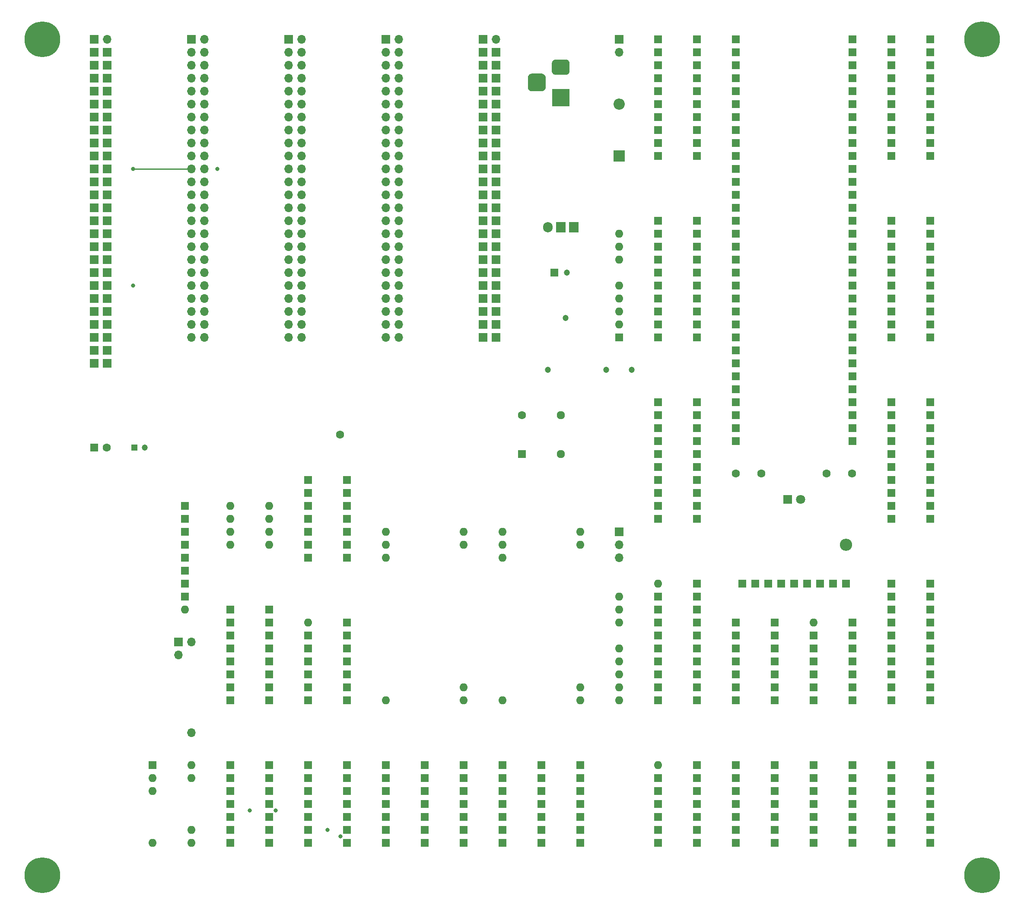
<source format=gbr>
From 0c2ff098bc6a4b4d9f6394e01cb9a9afd4792077 Mon Sep 17 00:00:00 2001
From: exegete <nikitf-97@mail.ru>
Date: Tue, 27 Oct 2020 17:25:05 +0300
Subject: HC, HCT fix. Gerber archive removed. Scheme pdf added.

---
 gerber/motherboard-F_Cu.gbr | 1669 +++++++++++++++++++++----------------------
 1 file changed, 800 insertions(+), 869 deletions(-)

(limited to 'gerber/motherboard-F_Cu.gbr')

diff --git a/gerber/motherboard-F_Cu.gbr b/gerber/motherboard-F_Cu.gbr
index f6ac26b..3d6f2c9 100644
--- a/gerber/motherboard-F_Cu.gbr
+++ b/gerber/motherboard-F_Cu.gbr
@@ -1,35 +1,73 @@
-G04 #@! TF.GenerationSoftware,KiCad,Pcbnew,5.1.5*
-G04 #@! TF.CreationDate,2020-09-25T13:07:15+03:00*
+G04 #@! TF.GenerationSoftware,KiCad,Pcbnew,5.1.6*
+G04 #@! TF.CreationDate,2020-10-27T17:21:31+03:00*
 G04 #@! TF.ProjectId,motherboard,6d6f7468-6572-4626-9f61-72642e6b6963,rev?*
 G04 #@! TF.SameCoordinates,Original*
 G04 #@! TF.FileFunction,Copper,L1,Top*
 G04 #@! TF.FilePolarity,Positive*
 %FSLAX46Y46*%
 G04 Gerber Fmt 4.6, Leading zero omitted, Abs format (unit mm)*
-G04 Created by KiCad (PCBNEW 5.1.5) date 2020-09-25 13:07:15*
+G04 Created by KiCad (PCBNEW 5.1.6) date 2020-10-27 17:21:31*
 %MOMM*%
 %LPD*%
+G01*
 G04 APERTURE LIST*
+G04 #@! TA.AperFunction,ComponentPad*
 %ADD10C,7.000000*%
-%ADD11O,1.600000X1.600000*%
-%ADD12R,1.600000X1.600000*%
+G04 #@! TD*
+G04 #@! TA.AperFunction,ComponentPad*
+%ADD11R,1.600000X1.600000*%
+G04 #@! TD*
+G04 #@! TA.AperFunction,ComponentPad*
+%ADD12O,1.600000X1.600000*%
+G04 #@! TD*
+G04 #@! TA.AperFunction,ComponentPad*
 %ADD13C,1.600000*%
+G04 #@! TD*
+G04 #@! TA.AperFunction,ComponentPad*
 %ADD14C,1.200000*%
+G04 #@! TD*
+G04 #@! TA.AperFunction,ComponentPad*
 %ADD15R,1.200000X1.200000*%
+G04 #@! TD*
+G04 #@! TA.AperFunction,ComponentPad*
 %ADD16O,1.700000X1.700000*%
+G04 #@! TD*
+G04 #@! TA.AperFunction,ComponentPad*
 %ADD17R,1.700000X1.700000*%
-%ADD18O,1.905000X2.000000*%
-%ADD19R,1.905000X2.000000*%
+G04 #@! TD*
+G04 #@! TA.AperFunction,ComponentPad*
+%ADD18R,1.905000X2.000000*%
+G04 #@! TD*
+G04 #@! TA.AperFunction,ComponentPad*
+%ADD19O,1.905000X2.000000*%
+G04 #@! TD*
+G04 #@! TA.AperFunction,ComponentPad*
 %ADD20O,2.400000X2.400000*%
+G04 #@! TD*
+G04 #@! TA.AperFunction,ComponentPad*
 %ADD21C,2.400000*%
-%ADD22C,0.100000*%
-%ADD23R,3.500000X3.500000*%
-%ADD24C,1.800000*%
-%ADD25R,1.800000X1.800000*%
-%ADD26O,2.200000X2.200000*%
-%ADD27R,2.200000X2.200000*%
-%ADD28C,0.800000*%
-%ADD29C,0.250000*%
+G04 #@! TD*
+G04 #@! TA.AperFunction,ComponentPad*
+%ADD22R,3.500000X3.500000*%
+G04 #@! TD*
+G04 #@! TA.AperFunction,ComponentPad*
+%ADD23C,1.800000*%
+G04 #@! TD*
+G04 #@! TA.AperFunction,ComponentPad*
+%ADD24R,1.800000X1.800000*%
+G04 #@! TD*
+G04 #@! TA.AperFunction,ComponentPad*
+%ADD25O,2.200000X2.200000*%
+G04 #@! TD*
+G04 #@! TA.AperFunction,ComponentPad*
+%ADD26R,2.200000X2.200000*%
+G04 #@! TD*
+G04 #@! TA.AperFunction,ViaPad*
+%ADD27C,0.800000*%
+G04 #@! TD*
+G04 #@! TA.AperFunction,Conductor*
+%ADD28C,0.250000*%
+G04 #@! TD*
 G04 APERTURE END LIST*
 D10*
 X21590000Y-21590000D03*
@@ -37,138 +75,137 @@ X21590000Y-185420000D03*
 X205740000Y-185420000D03*
 X205740000Y-21590000D03*
 D11*
-X180340000Y-135890000D03*
-X172720000Y-151130000D03*
-X180340000Y-138430000D03*
-X172720000Y-148590000D03*
-X180340000Y-140970000D03*
-X172720000Y-146050000D03*
-X180340000Y-143510000D03*
-X172720000Y-143510000D03*
-X180340000Y-146050000D03*
-X172720000Y-140970000D03*
-X180340000Y-148590000D03*
-X172720000Y-138430000D03*
-X180340000Y-151130000D03*
-D12*
 X172720000Y-135890000D03*
-D11*
-X96520000Y-163830000D03*
-X88900000Y-179070000D03*
-X96520000Y-166370000D03*
-X88900000Y-176530000D03*
-X96520000Y-168910000D03*
-X88900000Y-173990000D03*
-X96520000Y-171450000D03*
-X88900000Y-171450000D03*
-X96520000Y-173990000D03*
-X88900000Y-168910000D03*
-X96520000Y-176530000D03*
-X88900000Y-166370000D03*
-X96520000Y-179070000D03*
 D12*
-X88900000Y-163830000D03*
+X180340000Y-151130000D03*
+X172720000Y-138430000D03*
+X180340000Y-148590000D03*
+X172720000Y-140970000D03*
+X180340000Y-146050000D03*
+X172720000Y-143510000D03*
+X180340000Y-143510000D03*
+X172720000Y-146050000D03*
+X180340000Y-140970000D03*
+X172720000Y-148590000D03*
+X180340000Y-138430000D03*
+X172720000Y-151130000D03*
+X180340000Y-135890000D03*
 D11*
-X111760000Y-163830000D03*
-X104140000Y-179070000D03*
-X111760000Y-166370000D03*
-X104140000Y-176530000D03*
-X111760000Y-168910000D03*
-X104140000Y-173990000D03*
-X111760000Y-171450000D03*
-X104140000Y-171450000D03*
-X111760000Y-173990000D03*
-X104140000Y-168910000D03*
-X111760000Y-176530000D03*
-X104140000Y-166370000D03*
-X111760000Y-179070000D03*
+X88900000Y-163830000D03*
 D12*
-X104140000Y-163830000D03*
+X96520000Y-179070000D03*
+X88900000Y-166370000D03*
+X96520000Y-176530000D03*
+X88900000Y-168910000D03*
+X96520000Y-173990000D03*
+X88900000Y-171450000D03*
+X96520000Y-171450000D03*
+X88900000Y-173990000D03*
+X96520000Y-168910000D03*
+X88900000Y-176530000D03*
+X96520000Y-166370000D03*
+X88900000Y-179070000D03*
+X96520000Y-163830000D03*
 D11*
-X66040000Y-133350000D03*
-X58420000Y-151130000D03*
-X66040000Y-135890000D03*
-X58420000Y-148590000D03*
-X66040000Y-138430000D03*
-X58420000Y-146050000D03*
-X66040000Y-140970000D03*
-X58420000Y-143510000D03*
-X66040000Y-143510000D03*
-X58420000Y-140970000D03*
-X66040000Y-146050000D03*
-X58420000Y-138430000D03*
-X66040000Y-148590000D03*
-X58420000Y-135890000D03*
-X66040000Y-151130000D03*
+X104140000Y-163830000D03*
 D12*
-X58420000Y-133350000D03*
+X111760000Y-179070000D03*
+X104140000Y-166370000D03*
+X111760000Y-176530000D03*
+X104140000Y-168910000D03*
+X111760000Y-173990000D03*
+X104140000Y-171450000D03*
+X111760000Y-171450000D03*
+X104140000Y-173990000D03*
+X111760000Y-168910000D03*
+X104140000Y-176530000D03*
+X111760000Y-166370000D03*
+X104140000Y-179070000D03*
+X111760000Y-163830000D03*
 D11*
-X180340000Y-21590000D03*
-X157480000Y-100330000D03*
-X180340000Y-24130000D03*
-X157480000Y-97790000D03*
-X180340000Y-26670000D03*
-X157480000Y-95250000D03*
-X180340000Y-29210000D03*
-X157480000Y-92710000D03*
-X180340000Y-31750000D03*
-X157480000Y-90170000D03*
-X180340000Y-34290000D03*
-X157480000Y-87630000D03*
-X180340000Y-36830000D03*
-X157480000Y-85090000D03*
-X180340000Y-39370000D03*
-X157480000Y-82550000D03*
-X180340000Y-41910000D03*
-X157480000Y-80010000D03*
-X180340000Y-44450000D03*
-X157480000Y-77470000D03*
-X180340000Y-46990000D03*
-X157480000Y-74930000D03*
-X180340000Y-49530000D03*
-X157480000Y-72390000D03*
-X180340000Y-52070000D03*
-X157480000Y-69850000D03*
-X180340000Y-54610000D03*
-X157480000Y-67310000D03*
-X180340000Y-57150000D03*
-X157480000Y-64770000D03*
-X180340000Y-59690000D03*
-X157480000Y-62230000D03*
-X180340000Y-62230000D03*
-X157480000Y-59690000D03*
-X180340000Y-64770000D03*
-X157480000Y-57150000D03*
-X180340000Y-67310000D03*
-X157480000Y-54610000D03*
-X180340000Y-69850000D03*
-X157480000Y-52070000D03*
-X180340000Y-72390000D03*
-X157480000Y-49530000D03*
-X180340000Y-74930000D03*
-X157480000Y-46990000D03*
-X180340000Y-77470000D03*
-X157480000Y-44450000D03*
-X180340000Y-80010000D03*
-X157480000Y-41910000D03*
-X180340000Y-82550000D03*
-X157480000Y-39370000D03*
-X180340000Y-85090000D03*
-X157480000Y-36830000D03*
-X180340000Y-87630000D03*
-X157480000Y-34290000D03*
-X180340000Y-90170000D03*
-X157480000Y-31750000D03*
-X180340000Y-92710000D03*
-X157480000Y-29210000D03*
-X180340000Y-95250000D03*
-X157480000Y-26670000D03*
-X180340000Y-97790000D03*
-X157480000Y-24130000D03*
-X180340000Y-100330000D03*
+X58420000Y-133350000D03*
 D12*
-X157480000Y-21590000D03*
+X66040000Y-151130000D03*
+X58420000Y-135890000D03*
+X66040000Y-148590000D03*
+X58420000Y-138430000D03*
+X66040000Y-146050000D03*
+X58420000Y-140970000D03*
+X66040000Y-143510000D03*
+X58420000Y-143510000D03*
+X66040000Y-140970000D03*
+X58420000Y-146050000D03*
+X66040000Y-138430000D03*
+X58420000Y-148590000D03*
+X66040000Y-135890000D03*
+X58420000Y-151130000D03*
+X66040000Y-133350000D03*
 D11*
+X157480000Y-21590000D03*
+D12*
+X180340000Y-100330000D03*
+X157480000Y-24130000D03*
+X180340000Y-97790000D03*
+X157480000Y-26670000D03*
+X180340000Y-95250000D03*
+X157480000Y-29210000D03*
+X180340000Y-92710000D03*
+X157480000Y-31750000D03*
+X180340000Y-90170000D03*
+X157480000Y-34290000D03*
+X180340000Y-87630000D03*
+X157480000Y-36830000D03*
+X180340000Y-85090000D03*
+X157480000Y-39370000D03*
+X180340000Y-82550000D03*
+X157480000Y-41910000D03*
+X180340000Y-80010000D03*
+X157480000Y-44450000D03*
+X180340000Y-77470000D03*
+X157480000Y-46990000D03*
+X180340000Y-74930000D03*
+X157480000Y-49530000D03*
+X180340000Y-72390000D03*
+X157480000Y-52070000D03*
+X180340000Y-69850000D03*
+X157480000Y-54610000D03*
+X180340000Y-67310000D03*
+X157480000Y-57150000D03*
+X180340000Y-64770000D03*
+X157480000Y-59690000D03*
+X180340000Y-62230000D03*
+X157480000Y-62230000D03*
+X180340000Y-59690000D03*
+X157480000Y-64770000D03*
+X180340000Y-57150000D03*
+X157480000Y-67310000D03*
+X180340000Y-54610000D03*
+X157480000Y-69850000D03*
+X180340000Y-52070000D03*
+X157480000Y-72390000D03*
+X180340000Y-49530000D03*
+X157480000Y-74930000D03*
+X180340000Y-46990000D03*
+X157480000Y-77470000D03*
+X180340000Y-44450000D03*
+X157480000Y-80010000D03*
+X180340000Y-41910000D03*
+X157480000Y-82550000D03*
+X180340000Y-39370000D03*
+X157480000Y-85090000D03*
+X180340000Y-36830000D03*
+X157480000Y-87630000D03*
+X180340000Y-34290000D03*
+X157480000Y-90170000D03*
+X180340000Y-31750000D03*
+X157480000Y-92710000D03*
+X180340000Y-29210000D03*
+X157480000Y-95250000D03*
+X180340000Y-26670000D03*
+X157480000Y-97790000D03*
+X180340000Y-24130000D03*
+X157480000Y-100330000D03*
+X180340000Y-21590000D03*
 X127000000Y-118110000D03*
 X111760000Y-151130000D03*
 X127000000Y-120650000D03*
@@ -196,153 +233,152 @@ X111760000Y-123190000D03*
 X127000000Y-148590000D03*
 X111760000Y-120650000D03*
 X127000000Y-151130000D03*
-D12*
-X111760000Y-118110000D03*
 D11*
-X81280000Y-135890000D03*
-X73660000Y-151130000D03*
-X81280000Y-138430000D03*
-X73660000Y-148590000D03*
-X81280000Y-140970000D03*
-X73660000Y-146050000D03*
-X81280000Y-143510000D03*
-X73660000Y-143510000D03*
-X81280000Y-146050000D03*
-X73660000Y-140970000D03*
-X81280000Y-148590000D03*
-X73660000Y-138430000D03*
-X81280000Y-151130000D03*
-D12*
+X111760000Y-118110000D03*
 X73660000Y-135890000D03*
-D11*
-X149860000Y-92710000D03*
-X142240000Y-115570000D03*
-X149860000Y-95250000D03*
-X142240000Y-113030000D03*
-X149860000Y-97790000D03*
-X142240000Y-110490000D03*
-X149860000Y-100330000D03*
-X142240000Y-107950000D03*
-X149860000Y-102870000D03*
-X142240000Y-105410000D03*
-X149860000Y-105410000D03*
-X142240000Y-102870000D03*
-X149860000Y-107950000D03*
-X142240000Y-100330000D03*
-X149860000Y-110490000D03*
-X142240000Y-97790000D03*
-X149860000Y-113030000D03*
-X142240000Y-95250000D03*
-X149860000Y-115570000D03*
 D12*
-X142240000Y-92710000D03*
+X81280000Y-151130000D03*
+X73660000Y-138430000D03*
+X81280000Y-148590000D03*
+X73660000Y-140970000D03*
+X81280000Y-146050000D03*
+X73660000Y-143510000D03*
+X81280000Y-143510000D03*
+X73660000Y-146050000D03*
+X81280000Y-140970000D03*
+X73660000Y-148590000D03*
+X81280000Y-138430000D03*
+X73660000Y-151130000D03*
+X81280000Y-135890000D03*
 D11*
-X195580000Y-57150000D03*
-X187960000Y-80010000D03*
-X195580000Y-59690000D03*
-X187960000Y-77470000D03*
-X195580000Y-62230000D03*
-X187960000Y-74930000D03*
-X195580000Y-64770000D03*
-X187960000Y-72390000D03*
-X195580000Y-67310000D03*
-X187960000Y-69850000D03*
-X195580000Y-69850000D03*
-X187960000Y-67310000D03*
-X195580000Y-72390000D03*
-X187960000Y-64770000D03*
-X195580000Y-74930000D03*
-X187960000Y-62230000D03*
-X195580000Y-77470000D03*
-X187960000Y-59690000D03*
-X195580000Y-80010000D03*
+X142240000Y-92710000D03*
 D12*
-X187960000Y-57150000D03*
+X149860000Y-115570000D03*
+X142240000Y-95250000D03*
+X149860000Y-113030000D03*
+X142240000Y-97790000D03*
+X149860000Y-110490000D03*
+X142240000Y-100330000D03*
+X149860000Y-107950000D03*
+X142240000Y-102870000D03*
+X149860000Y-105410000D03*
+X142240000Y-105410000D03*
+X149860000Y-102870000D03*
+X142240000Y-107950000D03*
+X149860000Y-100330000D03*
+X142240000Y-110490000D03*
+X149860000Y-97790000D03*
+X142240000Y-113030000D03*
+X149860000Y-95250000D03*
+X142240000Y-115570000D03*
+X149860000Y-92710000D03*
 D11*
-X81280000Y-107950000D03*
-X73660000Y-123190000D03*
-X81280000Y-110490000D03*
-X73660000Y-120650000D03*
-X81280000Y-113030000D03*
-X73660000Y-118110000D03*
-X81280000Y-115570000D03*
-X73660000Y-115570000D03*
-X81280000Y-118110000D03*
-X73660000Y-113030000D03*
-X81280000Y-120650000D03*
-X73660000Y-110490000D03*
-X81280000Y-123190000D03*
+X187960000Y-57150000D03*
 D12*
-X73660000Y-107950000D03*
+X195580000Y-80010000D03*
+X187960000Y-59690000D03*
+X195580000Y-77470000D03*
+X187960000Y-62230000D03*
+X195580000Y-74930000D03*
+X187960000Y-64770000D03*
+X195580000Y-72390000D03*
+X187960000Y-67310000D03*
+X195580000Y-69850000D03*
+X187960000Y-69850000D03*
+X195580000Y-67310000D03*
+X187960000Y-72390000D03*
+X195580000Y-64770000D03*
+X187960000Y-74930000D03*
+X195580000Y-62230000D03*
+X187960000Y-77470000D03*
+X195580000Y-59690000D03*
+X187960000Y-80010000D03*
+X195580000Y-57150000D03*
 D11*
-X165100000Y-135890000D03*
-X157480000Y-151130000D03*
-X165100000Y-138430000D03*
-X157480000Y-148590000D03*
-X165100000Y-140970000D03*
-X157480000Y-146050000D03*
-X165100000Y-143510000D03*
-X157480000Y-143510000D03*
-X165100000Y-146050000D03*
-X157480000Y-140970000D03*
-X165100000Y-148590000D03*
-X157480000Y-138430000D03*
-X165100000Y-151130000D03*
+X73660000Y-107950000D03*
 D12*
-X157480000Y-135890000D03*
+X81280000Y-123190000D03*
+X73660000Y-110490000D03*
+X81280000Y-120650000D03*
+X73660000Y-113030000D03*
+X81280000Y-118110000D03*
+X73660000Y-115570000D03*
+X81280000Y-115570000D03*
+X73660000Y-118110000D03*
+X81280000Y-113030000D03*
+X73660000Y-120650000D03*
+X81280000Y-110490000D03*
+X73660000Y-123190000D03*
+X81280000Y-107950000D03*
 D11*
-X149860000Y-21590000D03*
-X142240000Y-44450000D03*
-X149860000Y-24130000D03*
-X142240000Y-41910000D03*
-X149860000Y-26670000D03*
-X142240000Y-39370000D03*
-X149860000Y-29210000D03*
-X142240000Y-36830000D03*
-X149860000Y-31750000D03*
-X142240000Y-34290000D03*
-X149860000Y-34290000D03*
-X142240000Y-31750000D03*
-X149860000Y-36830000D03*
-X142240000Y-29210000D03*
-X149860000Y-39370000D03*
-X142240000Y-26670000D03*
-X149860000Y-41910000D03*
-X142240000Y-24130000D03*
-X149860000Y-44450000D03*
+X157480000Y-135890000D03*
 D12*
-X142240000Y-21590000D03*
+X165100000Y-151130000D03*
+X157480000Y-138430000D03*
+X165100000Y-148590000D03*
+X157480000Y-140970000D03*
+X165100000Y-146050000D03*
+X157480000Y-143510000D03*
+X165100000Y-143510000D03*
+X157480000Y-146050000D03*
+X165100000Y-140970000D03*
+X157480000Y-148590000D03*
+X165100000Y-138430000D03*
+X157480000Y-151130000D03*
+X165100000Y-135890000D03*
 D11*
-X195580000Y-92710000D03*
-X187960000Y-115570000D03*
-X195580000Y-95250000D03*
-X187960000Y-113030000D03*
-X195580000Y-97790000D03*
-X187960000Y-110490000D03*
-X195580000Y-100330000D03*
-X187960000Y-107950000D03*
-X195580000Y-102870000D03*
-X187960000Y-105410000D03*
-X195580000Y-105410000D03*
-X187960000Y-102870000D03*
-X195580000Y-107950000D03*
-X187960000Y-100330000D03*
-X195580000Y-110490000D03*
-X187960000Y-97790000D03*
-X195580000Y-113030000D03*
-X187960000Y-95250000D03*
-X195580000Y-115570000D03*
+X142240000Y-21590000D03*
 D12*
+X149860000Y-44450000D03*
+X142240000Y-24130000D03*
+X149860000Y-41910000D03*
+X142240000Y-26670000D03*
+X149860000Y-39370000D03*
+X142240000Y-29210000D03*
+X149860000Y-36830000D03*
+X142240000Y-31750000D03*
+X149860000Y-34290000D03*
+X142240000Y-34290000D03*
+X149860000Y-31750000D03*
+X142240000Y-36830000D03*
+X149860000Y-29210000D03*
+X142240000Y-39370000D03*
+X149860000Y-26670000D03*
+X142240000Y-41910000D03*
+X149860000Y-24130000D03*
+X142240000Y-44450000D03*
+X149860000Y-21590000D03*
+D11*
 X187960000Y-92710000D03*
+D12*
+X195580000Y-115570000D03*
+X187960000Y-95250000D03*
+X195580000Y-113030000D03*
+X187960000Y-97790000D03*
+X195580000Y-110490000D03*
+X187960000Y-100330000D03*
+X195580000Y-107950000D03*
+X187960000Y-102870000D03*
+X195580000Y-105410000D03*
+X187960000Y-105410000D03*
+X195580000Y-102870000D03*
+X187960000Y-107950000D03*
+X195580000Y-100330000D03*
+X187960000Y-110490000D03*
+X195580000Y-97790000D03*
+X187960000Y-113030000D03*
+X195580000Y-95250000D03*
+X187960000Y-115570000D03*
+X195580000Y-92710000D03*
 D13*
 X34250000Y-101600000D03*
-D12*
+D11*
 X31750000Y-101600000D03*
 D14*
 X41656000Y-101600000D03*
 D15*
 X39656000Y-101600000D03*
-D11*
+D12*
 X50800000Y-163830000D03*
 X43180000Y-179070000D03*
 X50800000Y-166370000D03*
@@ -356,7 +392,7 @@ X43180000Y-168910000D03*
 X50800000Y-176530000D03*
 X43180000Y-166370000D03*
 X50800000Y-179070000D03*
-D12*
+D11*
 X43180000Y-163830000D03*
 D16*
 X50800000Y-157480000D03*
@@ -376,68 +412,67 @@ X48260000Y-142240000D03*
 X50800000Y-139700000D03*
 D17*
 X48260000Y-139700000D03*
+X107950000Y-21590000D03*
 D16*
-X110490000Y-80010000D03*
-X107950000Y-80010000D03*
-X110490000Y-77470000D03*
-X107950000Y-77470000D03*
-X110490000Y-74930000D03*
-X107950000Y-74930000D03*
-X110490000Y-72390000D03*
-X107950000Y-72390000D03*
-X110490000Y-69850000D03*
-X107950000Y-69850000D03*
-X110490000Y-67310000D03*
-X107950000Y-67310000D03*
-X110490000Y-64770000D03*
-X107950000Y-64770000D03*
-X110490000Y-62230000D03*
-X107950000Y-62230000D03*
-X110490000Y-59690000D03*
-X107950000Y-59690000D03*
-X110490000Y-57150000D03*
-X107950000Y-57150000D03*
-X110490000Y-54610000D03*
-X107950000Y-54610000D03*
-X110490000Y-52070000D03*
-X107950000Y-52070000D03*
-X110490000Y-49530000D03*
-X107950000Y-49530000D03*
-X110490000Y-46990000D03*
-X107950000Y-46990000D03*
-X110490000Y-44450000D03*
-X107950000Y-44450000D03*
-X110490000Y-41910000D03*
-X107950000Y-41910000D03*
-X110490000Y-39370000D03*
-X107950000Y-39370000D03*
-X110490000Y-36830000D03*
-X107950000Y-36830000D03*
-X110490000Y-34290000D03*
-X107950000Y-34290000D03*
-X110490000Y-31750000D03*
-X107950000Y-31750000D03*
-X110490000Y-29210000D03*
-X107950000Y-29210000D03*
-X110490000Y-26670000D03*
-X107950000Y-26670000D03*
-X110490000Y-24130000D03*
-X107950000Y-24130000D03*
 X110490000Y-21590000D03*
-D17*
-X107950000Y-21590000D03*
+X107950000Y-24130000D03*
+X110490000Y-24130000D03*
+X107950000Y-26670000D03*
+X110490000Y-26670000D03*
+X107950000Y-29210000D03*
+X110490000Y-29210000D03*
+X107950000Y-31750000D03*
+X110490000Y-31750000D03*
+X107950000Y-34290000D03*
+X110490000Y-34290000D03*
+X107950000Y-36830000D03*
+X110490000Y-36830000D03*
+X107950000Y-39370000D03*
+X110490000Y-39370000D03*
+X107950000Y-41910000D03*
+X110490000Y-41910000D03*
+X107950000Y-44450000D03*
+X110490000Y-44450000D03*
+X107950000Y-46990000D03*
+X110490000Y-46990000D03*
+X107950000Y-49530000D03*
+X110490000Y-49530000D03*
+X107950000Y-52070000D03*
+X110490000Y-52070000D03*
+X107950000Y-54610000D03*
+X110490000Y-54610000D03*
+X107950000Y-57150000D03*
+X110490000Y-57150000D03*
+X107950000Y-59690000D03*
+X110490000Y-59690000D03*
+X107950000Y-62230000D03*
+X110490000Y-62230000D03*
+X107950000Y-64770000D03*
+X110490000Y-64770000D03*
+X107950000Y-67310000D03*
+X110490000Y-67310000D03*
+X107950000Y-69850000D03*
+X110490000Y-69850000D03*
+X107950000Y-72390000D03*
+X110490000Y-72390000D03*
+X107950000Y-74930000D03*
+X110490000Y-74930000D03*
+X107950000Y-77470000D03*
+X110490000Y-77470000D03*
+X107950000Y-80010000D03*
+X110490000Y-80010000D03*
+D11*
+X115570000Y-102870000D03*
 D13*
-X123190000Y-102870000D03*
-X123190000Y-95250000D03*
 X115570000Y-95250000D03*
-D12*
-X115570000Y-102870000D03*
+X123190000Y-95250000D03*
+X123190000Y-102870000D03*
 D18*
-X125730000Y-58420000D03*
-X123190000Y-58420000D03*
-D19*
 X120650000Y-58420000D03*
-D11*
+D19*
+X123190000Y-58420000D03*
+X125730000Y-58420000D03*
+D12*
 X66040000Y-113030000D03*
 X58420000Y-120650000D03*
 X66040000Y-115570000D03*
@@ -445,145 +480,143 @@ X58420000Y-118110000D03*
 X66040000Y-118110000D03*
 X58420000Y-115570000D03*
 X66040000Y-120650000D03*
-D12*
-X58420000Y-113030000D03*
 D11*
-X149860000Y-128270000D03*
-X142240000Y-151130000D03*
-X149860000Y-130810000D03*
-X142240000Y-148590000D03*
-X149860000Y-133350000D03*
-X142240000Y-146050000D03*
-X149860000Y-135890000D03*
-X142240000Y-143510000D03*
-X149860000Y-138430000D03*
-X142240000Y-140970000D03*
-X149860000Y-140970000D03*
-X142240000Y-138430000D03*
-X149860000Y-143510000D03*
-X142240000Y-135890000D03*
-X149860000Y-146050000D03*
-X142240000Y-133350000D03*
-X149860000Y-148590000D03*
-X142240000Y-130810000D03*
-X149860000Y-151130000D03*
-D12*
+X58420000Y-113030000D03*
 X142240000Y-128270000D03*
-D11*
-X195580000Y-128270000D03*
-X187960000Y-151130000D03*
-X195580000Y-130810000D03*
-X187960000Y-148590000D03*
-X195580000Y-133350000D03*
-X187960000Y-146050000D03*
-X195580000Y-135890000D03*
-X187960000Y-143510000D03*
-X195580000Y-138430000D03*
-X187960000Y-140970000D03*
-X195580000Y-140970000D03*
-X187960000Y-138430000D03*
-X195580000Y-143510000D03*
-X187960000Y-135890000D03*
-X195580000Y-146050000D03*
-X187960000Y-133350000D03*
-X195580000Y-148590000D03*
-X187960000Y-130810000D03*
-X195580000Y-151130000D03*
 D12*
-X187960000Y-128270000D03*
-D11*
-X149860000Y-57150000D03*
-X142240000Y-80010000D03*
-X149860000Y-59690000D03*
-X142240000Y-77470000D03*
-X149860000Y-62230000D03*
-X142240000Y-74930000D03*
-X149860000Y-64770000D03*
-X142240000Y-72390000D03*
-X149860000Y-67310000D03*
-X142240000Y-69850000D03*
-X149860000Y-69850000D03*
-X142240000Y-67310000D03*
-X149860000Y-72390000D03*
-X142240000Y-64770000D03*
-X149860000Y-74930000D03*
-X142240000Y-62230000D03*
-X149860000Y-77470000D03*
-X142240000Y-59690000D03*
-X149860000Y-80010000D03*
+X149860000Y-151130000D03*
+X142240000Y-130810000D03*
+X149860000Y-148590000D03*
+X142240000Y-133350000D03*
+X149860000Y-146050000D03*
+X142240000Y-135890000D03*
+X149860000Y-143510000D03*
+X142240000Y-138430000D03*
+X149860000Y-140970000D03*
+X142240000Y-140970000D03*
+X149860000Y-138430000D03*
+X142240000Y-143510000D03*
+X149860000Y-135890000D03*
+X142240000Y-146050000D03*
+X149860000Y-133350000D03*
+X142240000Y-148590000D03*
+X149860000Y-130810000D03*
+X142240000Y-151130000D03*
+X149860000Y-128270000D03*
+D11*
+X187960000Y-128270000D03*
 D12*
-X142240000Y-57150000D03*
+X195580000Y-151130000D03*
+X187960000Y-130810000D03*
+X195580000Y-148590000D03*
+X187960000Y-133350000D03*
+X195580000Y-146050000D03*
+X187960000Y-135890000D03*
+X195580000Y-143510000D03*
+X187960000Y-138430000D03*
+X195580000Y-140970000D03*
+X187960000Y-140970000D03*
+X195580000Y-138430000D03*
+X187960000Y-143510000D03*
+X195580000Y-135890000D03*
+X187960000Y-146050000D03*
+X195580000Y-133350000D03*
+X187960000Y-148590000D03*
+X195580000Y-130810000D03*
+X187960000Y-151130000D03*
+X195580000Y-128270000D03*
 D11*
-X195580000Y-21590000D03*
-X187960000Y-44450000D03*
-X195580000Y-24130000D03*
-X187960000Y-41910000D03*
-X195580000Y-26670000D03*
-X187960000Y-39370000D03*
-X195580000Y-29210000D03*
-X187960000Y-36830000D03*
-X195580000Y-31750000D03*
-X187960000Y-34290000D03*
-X195580000Y-34290000D03*
-X187960000Y-31750000D03*
-X195580000Y-36830000D03*
-X187960000Y-29210000D03*
-X195580000Y-39370000D03*
-X187960000Y-26670000D03*
-X195580000Y-41910000D03*
-X187960000Y-24130000D03*
-X195580000Y-44450000D03*
+X142240000Y-57150000D03*
 D12*
-X187960000Y-21590000D03*
+X149860000Y-80010000D03*
+X142240000Y-59690000D03*
+X149860000Y-77470000D03*
+X142240000Y-62230000D03*
+X149860000Y-74930000D03*
+X142240000Y-64770000D03*
+X149860000Y-72390000D03*
+X142240000Y-67310000D03*
+X149860000Y-69850000D03*
+X142240000Y-69850000D03*
+X149860000Y-67310000D03*
+X142240000Y-72390000D03*
+X149860000Y-64770000D03*
+X142240000Y-74930000D03*
+X149860000Y-62230000D03*
+X142240000Y-77470000D03*
+X149860000Y-59690000D03*
+X142240000Y-80010000D03*
+X149860000Y-57150000D03*
 D11*
-X81280000Y-163830000D03*
-X73660000Y-179070000D03*
-X81280000Y-166370000D03*
-X73660000Y-176530000D03*
-X81280000Y-168910000D03*
-X73660000Y-173990000D03*
-X81280000Y-171450000D03*
-X73660000Y-171450000D03*
-X81280000Y-173990000D03*
-X73660000Y-168910000D03*
-X81280000Y-176530000D03*
-X73660000Y-166370000D03*
-X81280000Y-179070000D03*
+X187960000Y-21590000D03*
 D12*
-X73660000Y-163830000D03*
+X195580000Y-44450000D03*
+X187960000Y-24130000D03*
+X195580000Y-41910000D03*
+X187960000Y-26670000D03*
+X195580000Y-39370000D03*
+X187960000Y-29210000D03*
+X195580000Y-36830000D03*
+X187960000Y-31750000D03*
+X195580000Y-34290000D03*
+X187960000Y-34290000D03*
+X195580000Y-31750000D03*
+X187960000Y-36830000D03*
+X195580000Y-29210000D03*
+X187960000Y-39370000D03*
+X195580000Y-26670000D03*
+X187960000Y-41910000D03*
+X195580000Y-24130000D03*
+X187960000Y-44450000D03*
+X195580000Y-21590000D03*
 D11*
-X66040000Y-163830000D03*
-X58420000Y-179070000D03*
-X66040000Y-166370000D03*
-X58420000Y-176530000D03*
-X66040000Y-168910000D03*
-X58420000Y-173990000D03*
-X66040000Y-171450000D03*
-X58420000Y-171450000D03*
-X66040000Y-173990000D03*
-X58420000Y-168910000D03*
-X66040000Y-176530000D03*
-X58420000Y-166370000D03*
-X66040000Y-179070000D03*
+X73660000Y-163830000D03*
 D12*
-X58420000Y-163830000D03*
+X81280000Y-179070000D03*
+X73660000Y-166370000D03*
+X81280000Y-176530000D03*
+X73660000Y-168910000D03*
+X81280000Y-173990000D03*
+X73660000Y-171450000D03*
+X81280000Y-171450000D03*
+X73660000Y-173990000D03*
+X81280000Y-168910000D03*
+X73660000Y-176530000D03*
+X81280000Y-166370000D03*
+X73660000Y-179070000D03*
+X81280000Y-163830000D03*
 D11*
-X195580000Y-163830000D03*
-X187960000Y-179070000D03*
-X195580000Y-166370000D03*
-X187960000Y-176530000D03*
-X195580000Y-168910000D03*
-X187960000Y-173990000D03*
-X195580000Y-171450000D03*
-X187960000Y-171450000D03*
-X195580000Y-173990000D03*
-X187960000Y-168910000D03*
-X195580000Y-176530000D03*
-X187960000Y-166370000D03*
-X195580000Y-179070000D03*
+X58420000Y-163830000D03*
 D12*
-X187960000Y-163830000D03*
+X66040000Y-179070000D03*
+X58420000Y-166370000D03*
+X66040000Y-176530000D03*
+X58420000Y-168910000D03*
+X66040000Y-173990000D03*
+X58420000Y-171450000D03*
+X66040000Y-171450000D03*
+X58420000Y-173990000D03*
+X66040000Y-168910000D03*
+X58420000Y-176530000D03*
+X66040000Y-166370000D03*
+X58420000Y-179070000D03*
+X66040000Y-163830000D03*
 D11*
+X187960000Y-163830000D03*
+D12*
+X195580000Y-179070000D03*
+X187960000Y-166370000D03*
+X195580000Y-176530000D03*
+X187960000Y-168910000D03*
+X195580000Y-173990000D03*
+X187960000Y-171450000D03*
+X195580000Y-171450000D03*
+X187960000Y-173990000D03*
+X195580000Y-168910000D03*
+X187960000Y-176530000D03*
+X195580000Y-166370000D03*
+X187960000Y-179070000D03*
+X195580000Y-163830000D03*
 X104140000Y-118110000D03*
 X88900000Y-151130000D03*
 X104140000Y-120650000D03*
@@ -611,84 +644,82 @@ X88900000Y-123190000D03*
 X104140000Y-148590000D03*
 X88900000Y-120650000D03*
 X104140000Y-151130000D03*
-D12*
-X88900000Y-118110000D03*
 D11*
-X149860000Y-163830000D03*
-X142240000Y-179070000D03*
-X149860000Y-166370000D03*
-X142240000Y-176530000D03*
-X149860000Y-168910000D03*
-X142240000Y-173990000D03*
-X149860000Y-171450000D03*
-X142240000Y-171450000D03*
-X149860000Y-173990000D03*
-X142240000Y-168910000D03*
-X149860000Y-176530000D03*
-X142240000Y-166370000D03*
-X149860000Y-179070000D03*
-D12*
+X88900000Y-118110000D03*
 X142240000Y-163830000D03*
-D11*
-X180340000Y-163830000D03*
-X172720000Y-179070000D03*
-X180340000Y-166370000D03*
-X172720000Y-176530000D03*
-X180340000Y-168910000D03*
-X172720000Y-173990000D03*
-X180340000Y-171450000D03*
-X172720000Y-171450000D03*
-X180340000Y-173990000D03*
-X172720000Y-168910000D03*
-X180340000Y-176530000D03*
-X172720000Y-166370000D03*
-X180340000Y-179070000D03*
 D12*
-X172720000Y-163830000D03*
+X149860000Y-179070000D03*
+X142240000Y-166370000D03*
+X149860000Y-176530000D03*
+X142240000Y-168910000D03*
+X149860000Y-173990000D03*
+X142240000Y-171450000D03*
+X149860000Y-171450000D03*
+X142240000Y-173990000D03*
+X149860000Y-168910000D03*
+X142240000Y-176530000D03*
+X149860000Y-166370000D03*
+X142240000Y-179070000D03*
+X149860000Y-163830000D03*
 D11*
-X127000000Y-163830000D03*
-X119380000Y-179070000D03*
-X127000000Y-166370000D03*
-X119380000Y-176530000D03*
-X127000000Y-168910000D03*
-X119380000Y-173990000D03*
-X127000000Y-171450000D03*
-X119380000Y-171450000D03*
-X127000000Y-173990000D03*
-X119380000Y-168910000D03*
-X127000000Y-176530000D03*
-X119380000Y-166370000D03*
-X127000000Y-179070000D03*
+X172720000Y-163830000D03*
 D12*
-X119380000Y-163830000D03*
+X180340000Y-179070000D03*
+X172720000Y-166370000D03*
+X180340000Y-176530000D03*
+X172720000Y-168910000D03*
+X180340000Y-173990000D03*
+X172720000Y-171450000D03*
+X180340000Y-171450000D03*
+X172720000Y-173990000D03*
+X180340000Y-168910000D03*
+X172720000Y-176530000D03*
+X180340000Y-166370000D03*
+X172720000Y-179070000D03*
+X180340000Y-163830000D03*
 D11*
-X165100000Y-163830000D03*
-X157480000Y-179070000D03*
-X165100000Y-166370000D03*
-X157480000Y-176530000D03*
-X165100000Y-168910000D03*
-X157480000Y-173990000D03*
-X165100000Y-171450000D03*
-X157480000Y-171450000D03*
-X165100000Y-173990000D03*
-X157480000Y-168910000D03*
-X165100000Y-176530000D03*
-X157480000Y-166370000D03*
-X165100000Y-179070000D03*
+X119380000Y-163830000D03*
 D12*
-X157480000Y-163830000D03*
+X127000000Y-179070000D03*
+X119380000Y-166370000D03*
+X127000000Y-176530000D03*
+X119380000Y-168910000D03*
+X127000000Y-173990000D03*
+X119380000Y-171450000D03*
+X127000000Y-171450000D03*
+X119380000Y-173990000D03*
+X127000000Y-168910000D03*
+X119380000Y-176530000D03*
+X127000000Y-166370000D03*
+X119380000Y-179070000D03*
+X127000000Y-163830000D03*
 D11*
-X179070000Y-128270000D03*
-X176530000Y-128270000D03*
-X173990000Y-128270000D03*
-X171450000Y-128270000D03*
-X168910000Y-128270000D03*
-X166370000Y-128270000D03*
-X163830000Y-128270000D03*
-X161290000Y-128270000D03*
+X157480000Y-163830000D03*
 D12*
-X158750000Y-128270000D03*
+X165100000Y-179070000D03*
+X157480000Y-166370000D03*
+X165100000Y-176530000D03*
+X157480000Y-168910000D03*
+X165100000Y-173990000D03*
+X157480000Y-171450000D03*
+X165100000Y-171450000D03*
+X157480000Y-173990000D03*
+X165100000Y-168910000D03*
+X157480000Y-176530000D03*
+X165100000Y-166370000D03*
+X157480000Y-179070000D03*
+X165100000Y-163830000D03*
 D11*
+X158750000Y-128270000D03*
+D12*
+X161290000Y-128270000D03*
+X163830000Y-128270000D03*
+X166370000Y-128270000D03*
+X168910000Y-128270000D03*
+X171450000Y-128270000D03*
+X173990000Y-128270000D03*
+X176530000Y-128270000D03*
+X179070000Y-128270000D03*
 X134620000Y-130810000D03*
 X134620000Y-133350000D03*
 X134620000Y-135890000D03*
@@ -697,20 +728,18 @@ X134620000Y-140970000D03*
 X134620000Y-143510000D03*
 X134620000Y-146050000D03*
 X134620000Y-148590000D03*
-D12*
-X134620000Y-151130000D03*
 D11*
-X49530000Y-113030000D03*
-X49530000Y-115570000D03*
-X49530000Y-118110000D03*
-X49530000Y-120650000D03*
-X49530000Y-123190000D03*
-X49530000Y-125730000D03*
-X49530000Y-128270000D03*
-X49530000Y-130810000D03*
-D12*
+X134620000Y-151130000D03*
 X49530000Y-133350000D03*
-D11*
+D12*
+X49530000Y-130810000D03*
+X49530000Y-128270000D03*
+X49530000Y-125730000D03*
+X49530000Y-123190000D03*
+X49530000Y-120650000D03*
+X49530000Y-118110000D03*
+X49530000Y-115570000D03*
+X49530000Y-113030000D03*
 X134620000Y-59690000D03*
 X134620000Y-62230000D03*
 X134620000Y-64770000D03*
@@ -719,7 +748,7 @@ X134620000Y-69850000D03*
 X134620000Y-72390000D03*
 X134620000Y-74930000D03*
 X134620000Y-77470000D03*
-D12*
+D11*
 X134620000Y-80010000D03*
 D20*
 X179070000Y-120650000D03*
@@ -769,373 +798,275 @@ D16*
 X134620000Y-24130000D03*
 D17*
 X134620000Y-21590000D03*
-G04 #@! TA.AperFunction,ComponentPad*
 D22*
+X123190000Y-33020000D03*
+G04 #@! TA.AperFunction,ComponentPad*
 G36*
-X119450765Y-28274213D02*
 G01*
-X119535704Y-28286813D01*
-X119618999Y-28307677D01*
-X119699848Y-28336605D01*
-X119777472Y-28373319D01*
-X119851124Y-28417464D01*
-X119920094Y-28468616D01*
-X119983718Y-28526282D01*
-X120041384Y-28589906D01*
-X120092536Y-28658876D01*
-X120136681Y-28732528D01*
-X120173395Y-28810152D01*
-X120202323Y-28891001D01*
-X120223187Y-28974296D01*
-X120235787Y-29059235D01*
-X120240000Y-29145000D01*
-X120240000Y-30895000D01*
-X120235787Y-30980765D01*
-X120223187Y-31065704D01*
-X120202323Y-31148999D01*
-X120173395Y-31229848D01*
-X120136681Y-31307472D01*
-X120092536Y-31381124D01*
-X120041384Y-31450094D01*
-X119983718Y-31513718D01*
-X119920094Y-31571384D01*
-X119851124Y-31622536D01*
-X119777472Y-31666681D01*
-X119699848Y-31703395D01*
-X119618999Y-31732323D01*
-X119535704Y-31753187D01*
-X119450765Y-31765787D01*
-X119365000Y-31770000D01*
-X117615000Y-31770000D01*
-X117529235Y-31765787D01*
-X117444296Y-31753187D01*
-X117361001Y-31732323D01*
-X117280152Y-31703395D01*
-X117202528Y-31666681D01*
-X117128876Y-31622536D01*
-X117059906Y-31571384D01*
-X116996282Y-31513718D01*
-X116938616Y-31450094D01*
-X116887464Y-31381124D01*
-X116843319Y-31307472D01*
-X116806605Y-31229848D01*
-X116777677Y-31148999D01*
-X116756813Y-31065704D01*
-X116744213Y-30980765D01*
-X116740000Y-30895000D01*
-X116740000Y-29145000D01*
-X116744213Y-29059235D01*
-X116756813Y-28974296D01*
-X116777677Y-28891001D01*
-X116806605Y-28810152D01*
-X116843319Y-28732528D01*
-X116887464Y-28658876D01*
-X116938616Y-28589906D01*
-X116996282Y-28526282D01*
-X117059906Y-28468616D01*
-X117128876Y-28417464D01*
-X117202528Y-28373319D01*
-X117280152Y-28336605D01*
-X117361001Y-28307677D01*
-X117444296Y-28286813D01*
-X117529235Y-28274213D01*
-X117615000Y-28270000D01*
-X119365000Y-28270000D01*
-X119450765Y-28274213D01*
+X122190000Y-25520000D02*
+X124190000Y-25520000D01*
+G75*
+G02*
+X124940000Y-26270000I0J-750000D01*
+G01*
+X124940000Y-27770000D01*
+G75*
+G02*
+X124190000Y-28520000I-750000J0D01*
+G01*
+X122190000Y-28520000D01*
+G75*
+G02*
+X121440000Y-27770000I0J750000D01*
+G01*
+X121440000Y-26270000D01*
+G75*
+G02*
+X122190000Y-25520000I750000J0D01*
+G01*
 G37*
 G04 #@! TD.AperFunction*
 G04 #@! TA.AperFunction,ComponentPad*
 G36*
-X124263513Y-25523611D02*
 G01*
-X124336318Y-25534411D01*
-X124407714Y-25552295D01*
-X124477013Y-25577090D01*
-X124543548Y-25608559D01*
-X124606678Y-25646398D01*
-X124665795Y-25690242D01*
-X124720330Y-25739670D01*
-X124769758Y-25794205D01*
-X124813602Y-25853322D01*
-X124851441Y-25916452D01*
-X124882910Y-25982987D01*
-X124907705Y-26052286D01*
-X124925589Y-26123682D01*
-X124936389Y-26196487D01*
-X124940000Y-26270000D01*
-X124940000Y-27770000D01*
-X124936389Y-27843513D01*
-X124925589Y-27916318D01*
-X124907705Y-27987714D01*
-X124882910Y-28057013D01*
-X124851441Y-28123548D01*
-X124813602Y-28186678D01*
-X124769758Y-28245795D01*
-X124720330Y-28300330D01*
-X124665795Y-28349758D01*
-X124606678Y-28393602D01*
-X124543548Y-28431441D01*
-X124477013Y-28462910D01*
-X124407714Y-28487705D01*
-X124336318Y-28505589D01*
-X124263513Y-28516389D01*
-X124190000Y-28520000D01*
-X122190000Y-28520000D01*
-X122116487Y-28516389D01*
-X122043682Y-28505589D01*
-X121972286Y-28487705D01*
-X121902987Y-28462910D01*
-X121836452Y-28431441D01*
-X121773322Y-28393602D01*
-X121714205Y-28349758D01*
-X121659670Y-28300330D01*
-X121610242Y-28245795D01*
-X121566398Y-28186678D01*
-X121528559Y-28123548D01*
-X121497090Y-28057013D01*
-X121472295Y-27987714D01*
-X121454411Y-27916318D01*
-X121443611Y-27843513D01*
-X121440000Y-27770000D01*
-X121440000Y-26270000D01*
-X121443611Y-26196487D01*
-X121454411Y-26123682D01*
-X121472295Y-26052286D01*
-X121497090Y-25982987D01*
-X121528559Y-25916452D01*
-X121566398Y-25853322D01*
-X121610242Y-25794205D01*
-X121659670Y-25739670D01*
-X121714205Y-25690242D01*
-X121773322Y-25646398D01*
-X121836452Y-25608559D01*
-X121902987Y-25577090D01*
-X121972286Y-25552295D01*
-X122043682Y-25534411D01*
-X122116487Y-25523611D01*
-X122190000Y-25520000D01*
-X124190000Y-25520000D01*
-X124263513Y-25523611D01*
+X117615000Y-28270000D02*
+X119365000Y-28270000D01*
+G75*
+G02*
+X120240000Y-29145000I0J-875000D01*
+G01*
+X120240000Y-30895000D01*
+G75*
+G02*
+X119365000Y-31770000I-875000J0D01*
+G01*
+X117615000Y-31770000D01*
+G75*
+G02*
+X116740000Y-30895000I0J875000D01*
+G01*
+X116740000Y-29145000D01*
+G75*
+G02*
+X117615000Y-28270000I875000J0D01*
+G01*
 G37*
 G04 #@! TD.AperFunction*
-D23*
-X123190000Y-33020000D03*
 D16*
 X134620000Y-123190000D03*
 X134620000Y-120650000D03*
 D17*
 X134620000Y-118110000D03*
+X88900000Y-21590000D03*
 D16*
-X91440000Y-80010000D03*
-X88900000Y-80010000D03*
-X91440000Y-77470000D03*
-X88900000Y-77470000D03*
-X91440000Y-74930000D03*
-X88900000Y-74930000D03*
-X91440000Y-72390000D03*
-X88900000Y-72390000D03*
-X91440000Y-69850000D03*
-X88900000Y-69850000D03*
-X91440000Y-67310000D03*
-X88900000Y-67310000D03*
-X91440000Y-64770000D03*
-X88900000Y-64770000D03*
-X91440000Y-62230000D03*
-X88900000Y-62230000D03*
-X91440000Y-59690000D03*
-X88900000Y-59690000D03*
-X91440000Y-57150000D03*
-X88900000Y-57150000D03*
-X91440000Y-54610000D03*
-X88900000Y-54610000D03*
-X91440000Y-52070000D03*
-X88900000Y-52070000D03*
-X91440000Y-49530000D03*
-X88900000Y-49530000D03*
-X91440000Y-46990000D03*
-X88900000Y-46990000D03*
-X91440000Y-44450000D03*
-X88900000Y-44450000D03*
-X91440000Y-41910000D03*
-X88900000Y-41910000D03*
-X91440000Y-39370000D03*
-X88900000Y-39370000D03*
-X91440000Y-36830000D03*
-X88900000Y-36830000D03*
-X91440000Y-34290000D03*
-X88900000Y-34290000D03*
-X91440000Y-31750000D03*
-X88900000Y-31750000D03*
-X91440000Y-29210000D03*
-X88900000Y-29210000D03*
-X91440000Y-26670000D03*
-X88900000Y-26670000D03*
-X91440000Y-24130000D03*
-X88900000Y-24130000D03*
 X91440000Y-21590000D03*
+X88900000Y-24130000D03*
+X91440000Y-24130000D03*
+X88900000Y-26670000D03*
+X91440000Y-26670000D03*
+X88900000Y-29210000D03*
+X91440000Y-29210000D03*
+X88900000Y-31750000D03*
+X91440000Y-31750000D03*
+X88900000Y-34290000D03*
+X91440000Y-34290000D03*
+X88900000Y-36830000D03*
+X91440000Y-36830000D03*
+X88900000Y-39370000D03*
+X91440000Y-39370000D03*
+X88900000Y-41910000D03*
+X91440000Y-41910000D03*
+X88900000Y-44450000D03*
+X91440000Y-44450000D03*
+X88900000Y-46990000D03*
+X91440000Y-46990000D03*
+X88900000Y-49530000D03*
+X91440000Y-49530000D03*
+X88900000Y-52070000D03*
+X91440000Y-52070000D03*
+X88900000Y-54610000D03*
+X91440000Y-54610000D03*
+X88900000Y-57150000D03*
+X91440000Y-57150000D03*
+X88900000Y-59690000D03*
+X91440000Y-59690000D03*
+X88900000Y-62230000D03*
+X91440000Y-62230000D03*
+X88900000Y-64770000D03*
+X91440000Y-64770000D03*
+X88900000Y-67310000D03*
+X91440000Y-67310000D03*
+X88900000Y-69850000D03*
+X91440000Y-69850000D03*
+X88900000Y-72390000D03*
+X91440000Y-72390000D03*
+X88900000Y-74930000D03*
+X91440000Y-74930000D03*
+X88900000Y-77470000D03*
+X91440000Y-77470000D03*
+X88900000Y-80010000D03*
+X91440000Y-80010000D03*
 D17*
-X88900000Y-21590000D03*
+X69850000Y-21590000D03*
 D16*
-X72390000Y-80010000D03*
-X69850000Y-80010000D03*
-X72390000Y-77470000D03*
-X69850000Y-77470000D03*
-X72390000Y-74930000D03*
-X69850000Y-74930000D03*
-X72390000Y-72390000D03*
-X69850000Y-72390000D03*
-X72390000Y-69850000D03*
-X69850000Y-69850000D03*
-X72390000Y-67310000D03*
-X69850000Y-67310000D03*
-X72390000Y-64770000D03*
-X69850000Y-64770000D03*
-X72390000Y-62230000D03*
-X69850000Y-62230000D03*
-X72390000Y-59690000D03*
-X69850000Y-59690000D03*
-X72390000Y-57150000D03*
-X69850000Y-57150000D03*
-X72390000Y-54610000D03*
-X69850000Y-54610000D03*
-X72390000Y-52070000D03*
-X69850000Y-52070000D03*
-X72390000Y-49530000D03*
-X69850000Y-49530000D03*
-X72390000Y-46990000D03*
-X69850000Y-46990000D03*
-X72390000Y-44450000D03*
-X69850000Y-44450000D03*
-X72390000Y-41910000D03*
-X69850000Y-41910000D03*
-X72390000Y-39370000D03*
-X69850000Y-39370000D03*
-X72390000Y-36830000D03*
-X69850000Y-36830000D03*
-X72390000Y-34290000D03*
-X69850000Y-34290000D03*
-X72390000Y-31750000D03*
-X69850000Y-31750000D03*
-X72390000Y-29210000D03*
-X69850000Y-29210000D03*
-X72390000Y-26670000D03*
-X69850000Y-26670000D03*
-X72390000Y-24130000D03*
-X69850000Y-24130000D03*
 X72390000Y-21590000D03*
+X69850000Y-24130000D03*
+X72390000Y-24130000D03*
+X69850000Y-26670000D03*
+X72390000Y-26670000D03*
+X69850000Y-29210000D03*
+X72390000Y-29210000D03*
+X69850000Y-31750000D03*
+X72390000Y-31750000D03*
+X69850000Y-34290000D03*
+X72390000Y-34290000D03*
+X69850000Y-36830000D03*
+X72390000Y-36830000D03*
+X69850000Y-39370000D03*
+X72390000Y-39370000D03*
+X69850000Y-41910000D03*
+X72390000Y-41910000D03*
+X69850000Y-44450000D03*
+X72390000Y-44450000D03*
+X69850000Y-46990000D03*
+X72390000Y-46990000D03*
+X69850000Y-49530000D03*
+X72390000Y-49530000D03*
+X69850000Y-52070000D03*
+X72390000Y-52070000D03*
+X69850000Y-54610000D03*
+X72390000Y-54610000D03*
+X69850000Y-57150000D03*
+X72390000Y-57150000D03*
+X69850000Y-59690000D03*
+X72390000Y-59690000D03*
+X69850000Y-62230000D03*
+X72390000Y-62230000D03*
+X69850000Y-64770000D03*
+X72390000Y-64770000D03*
+X69850000Y-67310000D03*
+X72390000Y-67310000D03*
+X69850000Y-69850000D03*
+X72390000Y-69850000D03*
+X69850000Y-72390000D03*
+X72390000Y-72390000D03*
+X69850000Y-74930000D03*
+X72390000Y-74930000D03*
+X69850000Y-77470000D03*
+X72390000Y-77470000D03*
+X69850000Y-80010000D03*
+X72390000Y-80010000D03*
 D17*
-X69850000Y-21590000D03*
+X50800000Y-21590000D03*
 D16*
-X53340000Y-80010000D03*
-X50800000Y-80010000D03*
-X53340000Y-77470000D03*
-X50800000Y-77470000D03*
-X53340000Y-74930000D03*
-X50800000Y-74930000D03*
-X53340000Y-72390000D03*
-X50800000Y-72390000D03*
-X53340000Y-69850000D03*
-X50800000Y-69850000D03*
-X53340000Y-67310000D03*
-X50800000Y-67310000D03*
-X53340000Y-64770000D03*
-X50800000Y-64770000D03*
-X53340000Y-62230000D03*
-X50800000Y-62230000D03*
-X53340000Y-59690000D03*
-X50800000Y-59690000D03*
-X53340000Y-57150000D03*
-X50800000Y-57150000D03*
-X53340000Y-54610000D03*
-X50800000Y-54610000D03*
-X53340000Y-52070000D03*
-X50800000Y-52070000D03*
-X53340000Y-49530000D03*
-X50800000Y-49530000D03*
-X53340000Y-46990000D03*
-X50800000Y-46990000D03*
-X53340000Y-44450000D03*
-X50800000Y-44450000D03*
-X53340000Y-41910000D03*
-X50800000Y-41910000D03*
-X53340000Y-39370000D03*
-X50800000Y-39370000D03*
-X53340000Y-36830000D03*
-X50800000Y-36830000D03*
-X53340000Y-34290000D03*
-X50800000Y-34290000D03*
-X53340000Y-31750000D03*
-X50800000Y-31750000D03*
-X53340000Y-29210000D03*
-X50800000Y-29210000D03*
-X53340000Y-26670000D03*
-X50800000Y-26670000D03*
-X53340000Y-24130000D03*
-X50800000Y-24130000D03*
 X53340000Y-21590000D03*
+X50800000Y-24130000D03*
+X53340000Y-24130000D03*
+X50800000Y-26670000D03*
+X53340000Y-26670000D03*
+X50800000Y-29210000D03*
+X53340000Y-29210000D03*
+X50800000Y-31750000D03*
+X53340000Y-31750000D03*
+X50800000Y-34290000D03*
+X53340000Y-34290000D03*
+X50800000Y-36830000D03*
+X53340000Y-36830000D03*
+X50800000Y-39370000D03*
+X53340000Y-39370000D03*
+X50800000Y-41910000D03*
+X53340000Y-41910000D03*
+X50800000Y-44450000D03*
+X53340000Y-44450000D03*
+X50800000Y-46990000D03*
+X53340000Y-46990000D03*
+X50800000Y-49530000D03*
+X53340000Y-49530000D03*
+X50800000Y-52070000D03*
+X53340000Y-52070000D03*
+X50800000Y-54610000D03*
+X53340000Y-54610000D03*
+X50800000Y-57150000D03*
+X53340000Y-57150000D03*
+X50800000Y-59690000D03*
+X53340000Y-59690000D03*
+X50800000Y-62230000D03*
+X53340000Y-62230000D03*
+X50800000Y-64770000D03*
+X53340000Y-64770000D03*
+X50800000Y-67310000D03*
+X53340000Y-67310000D03*
+X50800000Y-69850000D03*
+X53340000Y-69850000D03*
+X50800000Y-72390000D03*
+X53340000Y-72390000D03*
+X50800000Y-74930000D03*
+X53340000Y-74930000D03*
+X50800000Y-77470000D03*
+X53340000Y-77470000D03*
+X50800000Y-80010000D03*
+X53340000Y-80010000D03*
 D17*
-X50800000Y-21590000D03*
+X31750000Y-21590000D03*
 D16*
-X34290000Y-85090000D03*
-X31750000Y-85090000D03*
-X34290000Y-82550000D03*
-X31750000Y-82550000D03*
-X34290000Y-80010000D03*
-X31750000Y-80010000D03*
-X34290000Y-77470000D03*
-X31750000Y-77470000D03*
-X34290000Y-74930000D03*
-X31750000Y-74930000D03*
-X34290000Y-72390000D03*
-X31750000Y-72390000D03*
-X34290000Y-69850000D03*
-X31750000Y-69850000D03*
-X34290000Y-67310000D03*
-X31750000Y-67310000D03*
-X34290000Y-64770000D03*
-X31750000Y-64770000D03*
-X34290000Y-62230000D03*
-X31750000Y-62230000D03*
-X34290000Y-59690000D03*
-X31750000Y-59690000D03*
-X34290000Y-57150000D03*
-X31750000Y-57150000D03*
-X34290000Y-54610000D03*
-X31750000Y-54610000D03*
-X34290000Y-52070000D03*
-X31750000Y-52070000D03*
-X34290000Y-49530000D03*
-X31750000Y-49530000D03*
-X34290000Y-46990000D03*
-X31750000Y-46990000D03*
-X34290000Y-44450000D03*
-X31750000Y-44450000D03*
-X34290000Y-41910000D03*
-X31750000Y-41910000D03*
-X34290000Y-39370000D03*
-X31750000Y-39370000D03*
-X34290000Y-36830000D03*
-X31750000Y-36830000D03*
-X34290000Y-34290000D03*
-X31750000Y-34290000D03*
-X34290000Y-31750000D03*
-X31750000Y-31750000D03*
-X34290000Y-29210000D03*
-X31750000Y-29210000D03*
-X34290000Y-26670000D03*
-X31750000Y-26670000D03*
-X34290000Y-24130000D03*
-X31750000Y-24130000D03*
 X34290000Y-21590000D03*
-D17*
-X31750000Y-21590000D03*
-D24*
+X31750000Y-24130000D03*
+X34290000Y-24130000D03*
+X31750000Y-26670000D03*
+X34290000Y-26670000D03*
+X31750000Y-29210000D03*
+X34290000Y-29210000D03*
+X31750000Y-31750000D03*
+X34290000Y-31750000D03*
+X31750000Y-34290000D03*
+X34290000Y-34290000D03*
+X31750000Y-36830000D03*
+X34290000Y-36830000D03*
+X31750000Y-39370000D03*
+X34290000Y-39370000D03*
+X31750000Y-41910000D03*
+X34290000Y-41910000D03*
+X31750000Y-44450000D03*
+X34290000Y-44450000D03*
+X31750000Y-46990000D03*
+X34290000Y-46990000D03*
+X31750000Y-49530000D03*
+X34290000Y-49530000D03*
+X31750000Y-52070000D03*
+X34290000Y-52070000D03*
+X31750000Y-54610000D03*
+X34290000Y-54610000D03*
+X31750000Y-57150000D03*
+X34290000Y-57150000D03*
+X31750000Y-59690000D03*
+X34290000Y-59690000D03*
+X31750000Y-62230000D03*
+X34290000Y-62230000D03*
+X31750000Y-64770000D03*
+X34290000Y-64770000D03*
+X31750000Y-67310000D03*
+X34290000Y-67310000D03*
+X31750000Y-69850000D03*
+X34290000Y-69850000D03*
+X31750000Y-72390000D03*
+X34290000Y-72390000D03*
+X31750000Y-74930000D03*
+X34290000Y-74930000D03*
+X31750000Y-77470000D03*
+X34290000Y-77470000D03*
+X31750000Y-80010000D03*
+X34290000Y-80010000D03*
+X31750000Y-82550000D03*
+X34290000Y-82550000D03*
+X31750000Y-85090000D03*
+X34290000Y-85090000D03*
+D23*
 X170180000Y-111760000D03*
-D25*
+D24*
 X167640000Y-111760000D03*
-D26*
+D25*
 X134620000Y-34290000D03*
-D27*
+D26*
 X134620000Y-44450000D03*
 D14*
 X124174000Y-76200000D03*
@@ -1147,7 +1078,7 @@ X120650000Y-86360000D03*
 X137080000Y-86360000D03*
 X132080000Y-86360000D03*
 X124420000Y-67310000D03*
-D12*
+D11*
 X121920000Y-67310000D03*
 D13*
 X79930000Y-99060000D03*
@@ -1218,7 +1149,7 @@ X180260000Y-106680000D03*
 X175260000Y-106680000D03*
 X162480000Y-106680000D03*
 X157480000Y-106680000D03*
-D28*
+D27*
 X39370000Y-46990000D03*
 X39370000Y-69850000D03*
 X55880000Y-46990000D03*
@@ -2089,7 +2020,7 @@ X62230000Y-172720000D03*
 X67310000Y-172720000D03*
 X77470000Y-176530000D03*
 X80010000Y-177800000D03*
-D29*
+D28*
 X39370000Y-46990000D02*
 X50800000Y-46990000D01*
 X39370000Y-69850000D02*
-- 
cgit v1.2.3


</source>
